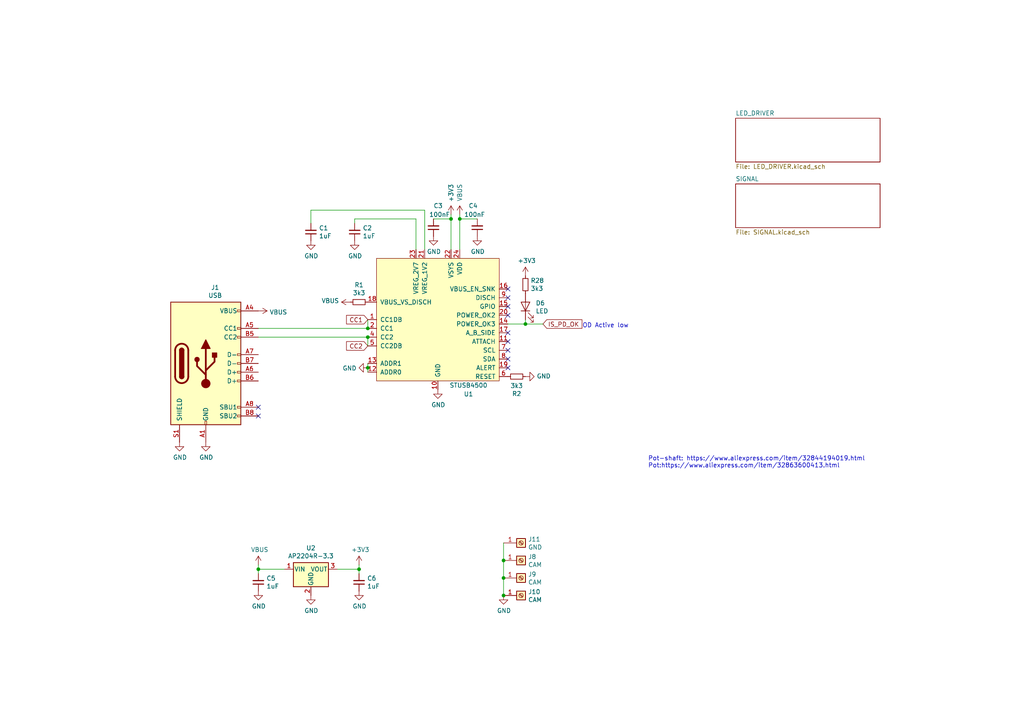
<source format=kicad_sch>
(kicad_sch (version 20211123) (generator eeschema)
  (paper "A4")
  (lib_symbols
    (symbol "Connector:Screw_Terminal_01x01" (pin_names (offset 1.016) hide)
      (property "Reference" "J" (at 0 2.54 0))
      (property "Value" "Screw_Terminal_01x01" (at 0 -2.54 0))
      (symbol "Screw_Terminal_01x01_1_1"
        (rectangle (start -1.27 1.27) (end 1.27 -1.27) (stroke (width 0.254)) (fill (type background)))
        (polyline (pts (xy -0.5334 0.3302) (xy 0.3302 -0.508)) (stroke (width 0.1524)))
        (polyline (pts (xy -0.3556 0.508) (xy 0.508 -0.3302)) (stroke (width 0.1524)))
        (circle (center 0 0) (radius 0.635) (stroke (width 0.1524)))
        (pin passive line (at -5.08 0 0) (length 3.81) (name "Pin_1") (number "1"))
      )
    )
    (symbol "Connector:USB_C_Receptacle_USB2.0" (pin_names (offset 1.016))
      (property "Reference" "J" (at -10.16 19.05 0))
      (property "Value" "USB_C_Receptacle_USB2.0" (at 19.05 19.05 0))
      (symbol "USB_C_Receptacle_USB2.0_0_0"
        (rectangle (start -0.254 -17.78) (end 0.254 -16.764))
        (rectangle (start 10.16 -14.986) (end 9.144 -15.494))
        (rectangle (start 10.16 -12.446) (end 9.144 -12.954))
        (rectangle (start 10.16 -4.826) (end 9.144 -5.334))
        (rectangle (start 10.16 -2.286) (end 9.144 -2.794))
        (rectangle (start 10.16 0.254) (end 9.144 -0.254))
        (rectangle (start 10.16 2.794) (end 9.144 2.286))
        (rectangle (start 10.16 7.874) (end 9.144 7.366))
        (rectangle (start 10.16 10.414) (end 9.144 9.906))
        (rectangle (start 10.16 15.494) (end 9.144 14.986))
      )
      (symbol "USB_C_Receptacle_USB2.0_0_1"
        (rectangle (start -10.16 17.78) (end 10.16 -17.78) (stroke (width 0.254)) (fill (type background)))
        (arc (start -8.89 -3.81) (mid -6.985 -5.715) (end -5.08 -3.81) (stroke (width 0.508)))
        (arc (start -7.62 -3.81) (mid -6.985 -4.445) (end -6.35 -3.81) (stroke (width 0.254)))
        (arc (start -7.62 -3.81) (mid -6.985 -4.445) (end -6.35 -3.81) (stroke (width 0.254)) (fill (type outline)))
        (rectangle (start -7.62 -3.81) (end -6.35 3.81) (stroke (width 0.254)) (fill (type outline)))
        (arc (start -6.35 3.81) (mid -6.985 4.445) (end -7.62 3.81) (stroke (width 0.254)))
        (arc (start -6.35 3.81) (mid -6.985 4.445) (end -7.62 3.81) (stroke (width 0.254)) (fill (type outline)))
        (arc (start -5.08 3.81) (mid -6.985 5.715) (end -8.89 3.81) (stroke (width 0.508)))
        (circle (center -2.54 1.143) (radius 0.635) (stroke (width 0.254)) (fill (type outline)))
        (circle (center 0 -5.842) (radius 1.27) (fill (type outline)))
        (polyline (pts (xy -8.89 -3.81) (xy -8.89 3.81)) (stroke (width 0.508)))
        (polyline (pts (xy -5.08 3.81) (xy -5.08 -3.81)) (stroke (width 0.508)))
        (polyline (pts (xy 0 -5.842) (xy 0 4.318)) (stroke (width 0.508)))
        (polyline (pts (xy 0 -3.302) (xy -2.54 -0.762) (xy -2.54 0.508)) (stroke (width 0.508)))
        (polyline (pts (xy 0 -2.032) (xy 2.54 0.508) (xy 2.54 1.778)) (stroke (width 0.508)))
        (polyline (pts (xy -1.27 4.318) (xy 0 6.858) (xy 1.27 4.318) (xy -1.27 4.318)) (stroke (width 0.254)) (fill (type outline)))
        (rectangle (start 1.905 1.778) (end 3.175 3.048) (stroke (width 0.254)) (fill (type outline)))
      )
      (symbol "USB_C_Receptacle_USB2.0_1_1"
        (pin power_in line (at 0 -22.86 90) (length 5.08) (name "GND") (number "A1"))
        (pin passive line (at 0 -22.86 90) (length 5.08) hide (name "GND") (number "A12"))
        (pin power_in line (at 15.24 15.24 180) (length 5.08) (name "VBUS") (number "A4"))
        (pin bidirectional line (at 15.24 10.16 180) (length 5.08) (name "CC1") (number "A5"))
        (pin bidirectional line (at 15.24 -2.54 180) (length 5.08) (name "D+") (number "A6"))
        (pin bidirectional line (at 15.24 2.54 180) (length 5.08) (name "D-") (number "A7"))
        (pin bidirectional line (at 15.24 -12.7 180) (length 5.08) (name "SBU1") (number "A8"))
        (pin passive line (at 15.24 15.24 180) (length 5.08) hide (name "VBUS") (number "A9"))
        (pin passive line (at 0 -22.86 90) (length 5.08) hide (name "GND") (number "B1"))
        (pin passive line (at 0 -22.86 90) (length 5.08) hide (name "GND") (number "B12"))
        (pin passive line (at 15.24 15.24 180) (length 5.08) hide (name "VBUS") (number "B4"))
        (pin bidirectional line (at 15.24 7.62 180) (length 5.08) (name "CC2") (number "B5"))
        (pin bidirectional line (at 15.24 -5.08 180) (length 5.08) (name "D+") (number "B6"))
        (pin bidirectional line (at 15.24 0 180) (length 5.08) (name "D-") (number "B7"))
        (pin bidirectional line (at 15.24 -15.24 180) (length 5.08) (name "SBU2") (number "B8"))
        (pin passive line (at 15.24 15.24 180) (length 5.08) hide (name "VBUS") (number "B9"))
        (pin passive line (at -7.62 -22.86 90) (length 5.08) (name "SHIELD") (number "S1"))
      )
    )
    (symbol "Device:C_Small" (pin_numbers hide) (pin_names (offset 0.254) hide)
      (property "Reference" "C" (at 0.254 1.778 0))
      (property "Value" "C_Small" (at 0.254 -2.032 0))
      (symbol "C_Small_0_1"
        (polyline (pts (xy -1.524 -0.508) (xy 1.524 -0.508)) (stroke (width 0.3302)))
        (polyline (pts (xy -1.524 0.508) (xy 1.524 0.508)) (stroke (width 0.3048)))
      )
      (symbol "C_Small_1_1"
        (pin passive line (at 0 2.54 270) (length 2.032) (name "~") (number "1"))
        (pin passive line (at 0 -2.54 90) (length 2.032) (name "~") (number "2"))
      )
    )
    (symbol "Device:LED" (pin_numbers hide) (pin_names (offset 1.016) hide)
      (property "Reference" "D" (at 0 2.54 0))
      (property "Value" "LED" (at 0 -2.54 0))
      (symbol "LED_0_1"
        (polyline (pts (xy -1.27 -1.27) (xy -1.27 1.27)) (stroke (width 0.2032)))
        (polyline (pts (xy -1.27 0) (xy 1.27 0)))
        (polyline (pts (xy 1.27 -1.27) (xy 1.27 1.27) (xy -1.27 0) (xy 1.27 -1.27)) (stroke (width 0.2032)))
        (polyline (pts (xy -3.048 -0.762) (xy -4.572 -2.286) (xy -3.81 -2.286) (xy -4.572 -2.286) (xy -4.572 -1.524)))
        (polyline (pts (xy -1.778 -0.762) (xy -3.302 -2.286) (xy -2.54 -2.286) (xy -3.302 -2.286) (xy -3.302 -1.524)))
      )
      (symbol "LED_1_1"
        (pin passive line (at -3.81 0 0) (length 2.54) (name "K") (number "1"))
        (pin passive line (at 3.81 0 180) (length 2.54) (name "A") (number "2"))
      )
    )
    (symbol "Device:R_Small" (pin_numbers hide) (pin_names (offset 0.254) hide)
      (property "Reference" "R" (at 0.762 0.508 0))
      (property "Value" "R_Small" (at 0.762 -1.016 0))
      (symbol "R_Small_0_1"
        (rectangle (start -0.762 1.778) (end 0.762 -1.778) (stroke (width 0.2032)))
      )
      (symbol "R_Small_1_1"
        (pin passive line (at 0 2.54 270) (length 0.762) (name "~") (number "1"))
        (pin passive line (at 0 -2.54 90) (length 0.762) (name "~") (number "2"))
      )
    )
    (symbol "Regulator_Linear:AP2204R-3.3" (pin_names (offset 0.254))
      (property "Reference" "U" (at -5.08 3.175 0))
      (property "Value" "AP2204R-3.3" (at 0 3.175 0))
      (symbol "AP2204R-3.3_0_1"
        (rectangle (start -5.08 1.905) (end 5.08 -5.08) (stroke (width 0.254)) (fill (type background)))
      )
      (symbol "AP2204R-3.3_1_1"
        (pin power_in line (at -7.62 0 0) (length 2.54) (name "VIN") (number "1"))
        (pin power_in line (at 0 -7.62 90) (length 2.54) (name "GND") (number "2"))
        (pin power_out line (at 7.62 0 180) (length 2.54) (name "VOUT") (number "3"))
      )
    )
    (symbol "otter:STUSB4500" (pin_names (offset 1.016))
      (property "Reference" "U" (at 12.7 25.4 0))
      (property "Value" "STUSB4500" (at 12.7 22.86 0))
      (symbol "STUSB4500_0_1"
        (rectangle (start -17.78 21.59) (end 17.78 -13.97) (fill (type background)))
      )
      (symbol "STUSB4500_1_1"
        (pin input line (at -20.32 3.81 0) (length 2.54) (name "CC1DB") (number "1"))
        (pin input line (at 0 -16.51 90) (length 2.54) (name "GND") (number "10"))
        (pin input line (at 20.32 -2.54 180) (length 2.54) (name "ATTACH") (number "11"))
        (pin input line (at -20.32 -11.43 0) (length 2.54) (name "ADDR0") (number "12"))
        (pin input line (at -20.32 -8.89 0) (length 2.54) (name "ADDR1") (number "13"))
        (pin input line (at 20.32 2.54 180) (length 2.54) (name "POWER_OK3") (number "14"))
        (pin input line (at 20.32 7.62 180) (length 2.54) (name "GPIO") (number "15"))
        (pin input line (at 20.32 12.7 180) (length 2.54) (name "VBUS_EN_SNK") (number "16"))
        (pin input line (at 20.32 0 180) (length 2.54) (name "A_B_SIDE") (number "17"))
        (pin input line (at -20.32 8.89 0) (length 2.54) (name "VBUS_VS_DISCH") (number "18"))
        (pin input line (at 20.32 -10.16 180) (length 2.54) (name "ALERT") (number "19"))
        (pin input line (at -20.32 1.27 0) (length 2.54) (name "CC1") (number "2"))
        (pin input line (at 20.32 5.08 180) (length 2.54) (name "POWER_OK2") (number "20"))
        (pin input line (at -3.81 24.13 270) (length 2.54) (name "VREG_1V2") (number "21"))
        (pin input line (at 3.81 24.13 270) (length 2.54) (name "VSYS") (number "22"))
        (pin input line (at -6.35 24.13 270) (length 2.54) (name "VREG_2V7") (number "23"))
        (pin input line (at 6.35 24.13 270) (length 2.54) (name "VDD") (number "24"))
        (pin input line (at 0 -16.51 90) (length 2.54) hide (name "GND") (number "25"))
        (pin input line (at 1.27 24.13 270) (length 2.54) hide (name "NC") (number "3"))
        (pin input line (at -20.32 -1.27 0) (length 2.54) (name "CC2") (number "4"))
        (pin input line (at -20.32 -3.81 0) (length 2.54) (name "CC2DB") (number "5"))
        (pin input line (at 20.32 -12.7 180) (length 2.54) (name "RESET") (number "6"))
        (pin input line (at 20.32 -5.08 180) (length 2.54) (name "SCL") (number "7"))
        (pin input line (at 20.32 -7.62 180) (length 2.54) (name "SDA") (number "8"))
        (pin input line (at 20.32 10.16 180) (length 2.54) (name "DISCH") (number "9"))
      )
    )
    (symbol "power:+3.3V" (power) (pin_names (offset 0))
      (property "Value" "+3.3V" (at 0 3.556 0))
      (symbol "+3.3V_0_1"
        (polyline (pts (xy -0.762 1.27) (xy 0 2.54)))
        (polyline (pts (xy 0 0) (xy 0 2.54)))
        (polyline (pts (xy 0 2.54) (xy 0.762 1.27)))
      )
      (symbol "+3.3V_1_1"
        (pin power_in line (at 0 0 90) (length 0) hide (name "+3V3") (number "1"))
      )
    )
    (symbol "power:GND" (power) (pin_names (offset 0))
      (property "Value" "GND" (at 0 -3.81 0))
      (symbol "GND_0_1"
        (polyline (pts (xy 0 0) (xy 0 -1.27) (xy 1.27 -1.27) (xy 0 -2.54) (xy -1.27 -1.27) (xy 0 -1.27)))
      )
      (symbol "GND_1_1"
        (pin power_in line (at 0 0 270) (length 0) hide (name "GND") (number "1"))
      )
    )
    (symbol "power:VBUS" (power) (pin_names (offset 0))
      (property "Value" "VBUS" (at 0 3.81 0))
      (symbol "VBUS_0_1"
        (polyline (pts (xy -0.762 1.27) (xy 0 2.54)))
        (polyline (pts (xy 0 0) (xy 0 2.54)))
        (polyline (pts (xy 0 2.54) (xy 0.762 1.27)))
      )
      (symbol "VBUS_1_1"
        (pin power_in line (at 0 0 90) (length 0) hide (name "VBUS") (number "1"))
      )
    )
  )
  (junction (at 106.68 106.68))
  (junction (at 104.14 165.1))
  (junction (at 146.05 167.64))
  (junction (at 152.4 93.98))
  (junction (at 133.35 63.5))
  (junction (at 146.05 162.56))
  (junction (at 106.68 95.25))
  (junction (at 74.93 165.1))
  (junction (at 130.81 63.5))
  (junction (at 106.68 97.79))
  (junction (at 146.05 172.72))
  (no_connect (at 147.32 88.9))
  (no_connect (at 147.32 106.68))
  (no_connect (at 147.32 96.52))
  (no_connect (at 147.32 83.82))
  (no_connect (at 147.32 91.44))
  (no_connect (at 147.32 104.14))
  (no_connect (at 74.93 118.11))
  (no_connect (at 147.32 99.06))
  (no_connect (at 74.93 120.65))
  (no_connect (at 147.32 86.36))
  (no_connect (at 147.32 101.6))
  (wire (pts (xy 106.68 106.68) (xy 106.68 107.95)))
  (wire (pts (xy 130.81 63.5) (xy 130.81 72.39)))
  (wire (pts (xy 90.17 60.96) (xy 90.17 64.77)))
  (wire (pts (xy 146.05 157.48) (xy 146.05 162.56)))
  (wire (pts (xy 123.19 60.96) (xy 90.17 60.96)))
  (wire (pts (xy 138.43 63.5) (xy 133.35 63.5)))
  (wire (pts (xy 146.05 162.56) (xy 146.05 167.64)))
  (wire (pts (xy 106.68 95.25) (xy 106.68 92.71)))
  (wire (pts (xy 74.93 95.25) (xy 106.68 95.25)))
  (wire (pts (xy 97.79 165.1) (xy 104.14 165.1)))
  (wire (pts (xy 130.81 63.5) (xy 125.73 63.5)))
  (wire (pts (xy 104.14 165.1) (xy 104.14 163.83)))
  (wire (pts (xy 123.19 72.39) (xy 123.19 60.96)))
  (wire (pts (xy 74.93 163.83) (xy 74.93 165.1)))
  (wire (pts (xy 106.68 105.41) (xy 106.68 106.68)))
  (wire (pts (xy 106.68 97.79) (xy 106.68 100.33)))
  (wire (pts (xy 102.87 63.5) (xy 102.87 64.77)))
  (wire (pts (xy 120.65 63.5) (xy 102.87 63.5)))
  (wire (pts (xy 74.93 165.1) (xy 74.93 166.37)))
  (wire (pts (xy 74.93 97.79) (xy 106.68 97.79)))
  (wire (pts (xy 130.81 62.23) (xy 130.81 63.5)))
  (wire (pts (xy 133.35 63.5) (xy 133.35 62.23)))
  (wire (pts (xy 74.93 165.1) (xy 82.55 165.1)))
  (wire (pts (xy 120.65 72.39) (xy 120.65 63.5)))
  (wire (pts (xy 104.14 165.1) (xy 104.14 166.37)))
  (wire (pts (xy 152.4 93.98) (xy 147.32 93.98)))
  (wire (pts (xy 157.48 93.98) (xy 152.4 93.98)))
  (wire (pts (xy 146.05 167.64) (xy 146.05 172.72)))
  (wire (pts (xy 152.4 92.71) (xy 152.4 93.98)))
  (wire (pts (xy 133.35 63.5) (xy 133.35 72.39)))
  (text "Todo:\nDONE Status LED f. PD ok\nDONE LED-CC Stepdowns lm3406\nDONE Input -> Pulse shaping HCPL-2430|TLP118 LM393\nDONE Mosfet+Gate driver\nDONE Potentiometer f. user input\nDONE 3.3V" (at 120.65 -11.43 0) (effects (font (size 1.27 1.27)) (justify left bottom)))
  (text "OD Active low\n" (at 168.91 95.25 0) (effects (font (size 1.27 1.27)) (justify left bottom)))
  (text "Pot-shaft: https://www.aliexpress.com/item/32844194019.html\nPot:https://www.aliexpress.com/item/32863600413.html" (at 187.96 135.89 0) (effects (font (size 1.27 1.27)) (justify left bottom)))
  (global_label "CC1" (shape input) (at 106.68 92.71 180) (property "Intersheet References" "${INTERSHEET_REFS}" (effects hide)))
  (global_label "IS_PD_OK" (shape input) (at 157.48 93.98 0) (property "Intersheet References" "${INTERSHEET_REFS}" (effects hide)))
  (global_label "CC2" (shape input) (at 106.68 100.33 180) (property "Intersheet References" "${INTERSHEET_REFS}" (effects hide)))
  (symbol (lib_id "Connector:USB_C_Receptacle_USB2.0") (at 59.69 105.41 0) (unit 1)
    (property "Reference" "J1" (at 62.4078 83.3882 0))
    (property "Value" "USB" (at 62.4078 85.6996 0))
    (property "Footprint" "otter:USB-C 16Pin" (effects hide))
    (property "Datasheet" "https://www.usb.org/sites/default/files/documents/usb_type-c.zip" (effects hide))
  )
  (symbol (lib_id "power:VBUS") (at 74.93 90.17 270) (unit 1)
    (property "Reference" "#PWR0101" (effects hide))
    (property "Value" "VBUS" (at 78.1812 90.551 90) (effects (justify left)))
  )
  (symbol (lib_id "power:GND") (at 59.69 128.27 0) (unit 1)
    (property "Reference" "#PWR0102" (effects hide))
    (property "Value" "GND" (at 59.817 132.6642 0))
  )
  (symbol (lib_id "power:GND") (at 52.07 128.27 0) (unit 1)
    (property "Reference" "#PWR0103" (effects hide))
    (property "Value" "GND" (at 52.197 132.6642 0))
  )
  (symbol (lib_id "otter:STUSB4500") (at 127 96.52 0) (unit 1)
    (property "Reference" "U1" (at 135.89 114.3 0))
    (property "Value" "STUSB4500" (at 135.89 111.76 0))
    (property "Footprint" "otter:QFN-24-1EP_4x4mm_P0.5mm_EP2.7x2.7mm" (effects hide))
  )
  (symbol (lib_id "Device:R_Small") (at 104.14 87.63 270) (unit 1)
    (property "Reference" "R1" (at 104.14 82.6516 90))
    (property "Value" "3k3" (at 104.14 84.963 90))
    (property "Footprint" "otter:R_0603" (effects hide))
  )
  (symbol (lib_id "power:VBUS") (at 101.6 87.63 90) (unit 1)
    (property "Reference" "#PWR0104" (effects hide))
    (property "Value" "VBUS" (at 98.3488 87.249 90) (effects (justify left)))
  )
  (symbol (lib_id "power:VBUS") (at 133.35 62.23 0) (unit 1)
    (property "Reference" "#PWR0105" (effects hide))
    (property "Value" "VBUS" (at 133.35 55.88 90))
  )
  (symbol (lib_id "Device:C_Small") (at 138.43 66.04 180) (unit 1)
    (property "Reference" "C4" (at 135.89 59.69 0) (effects (justify right)))
    (property "Value" "100nF" (at 134.62 62.23 0) (effects (justify right)))
    (property "Footprint" "otter:C_0603" (effects hide))
  )
  (symbol (lib_id "power:GND") (at 127 113.03 0) (unit 1)
    (property "Reference" "#PWR0106" (effects hide))
    (property "Value" "GND" (at 127.127 117.4242 0))
  )
  (symbol (lib_id "power:GND") (at 138.43 68.58 0) (unit 1)
    (property "Reference" "#PWR0107" (effects hide))
    (property "Value" "GND" (at 138.557 72.9742 0))
  )
  (symbol (lib_id "power:+3.3V") (at 130.81 62.23 0) (unit 1)
    (property "Reference" "#PWR0108" (effects hide))
    (property "Value" "+3.3V" (at 130.81 53.34 90) (effects (justify right)))
  )
  (symbol (lib_id "Device:C_Small") (at 90.17 67.31 180) (unit 1)
    (property "Reference" "C1" (at 92.5068 66.1416 0) (effects (justify right)))
    (property "Value" "1uF" (at 92.5068 68.453 0) (effects (justify right)))
    (property "Footprint" "otter:C_0603" (effects hide))
  )
  (symbol (lib_id "power:GND") (at 90.17 69.85 0) (unit 1)
    (property "Reference" "#PWR0109" (effects hide))
    (property "Value" "GND" (at 90.297 74.2442 0))
  )
  (symbol (lib_id "Device:C_Small") (at 102.87 67.31 180) (unit 1)
    (property "Reference" "C2" (at 105.2068 66.1416 0) (effects (justify right)))
    (property "Value" "1uF" (at 105.2068 68.453 0) (effects (justify right)))
    (property "Footprint" "otter:C_0603" (effects hide))
  )
  (symbol (lib_id "power:GND") (at 102.87 69.85 0) (unit 1)
    (property "Reference" "#PWR0110" (effects hide))
    (property "Value" "GND" (at 102.997 74.2442 0))
  )
  (symbol (lib_id "Device:R_Small") (at 149.86 109.22 90) (unit 1)
    (property "Reference" "R2" (at 149.86 114.1984 90))
    (property "Value" "3k3" (at 149.86 111.887 90))
    (property "Footprint" "otter:R_0603" (effects hide))
  )
  (symbol (lib_id "power:GND") (at 152.4 109.22 90) (unit 1)
    (property "Reference" "#PWR0111" (effects hide))
    (property "Value" "GND" (at 155.6512 109.093 90) (effects (justify right)))
  )
  (symbol (lib_id "power:GND") (at 106.68 106.68 270) (unit 1)
    (property "Reference" "#PWR0112" (effects hide))
    (property "Value" "GND" (at 103.4288 106.807 90) (effects (justify right)))
  )
  (symbol (lib_id "Device:C_Small") (at 125.73 66.04 180) (unit 1)
    (property "Reference" "C3" (at 125.73 59.69 0) (effects (justify right)))
    (property "Value" "100nF" (at 124.46 62.23 0) (effects (justify right)))
    (property "Footprint" "otter:C_0603" (effects hide))
  )
  (symbol (lib_id "power:GND") (at 125.73 68.58 0) (unit 1)
    (property "Reference" "#PWR0113" (effects hide))
    (property "Value" "GND" (at 125.857 72.9742 0))
  )
  (symbol (lib_id "Regulator_Linear:AP2204R-3.3") (at 90.17 165.1 0) (unit 1)
    (property "Reference" "U2" (at 90.17 158.9532 0))
    (property "Value" "AP2204R-3.3" (at 90.17 161.2646 0))
    (property "Footprint" "Package_TO_SOT_SMD:SOT-89-3" (effects hide))
    (property "Datasheet" "https://www.diodes.com/assets/Datasheets/AP2204.pdf" (effects hide))
  )
  (symbol (lib_id "Device:C_Small") (at 74.93 168.91 180) (unit 1)
    (property "Reference" "C5" (at 77.2668 167.7416 0) (effects (justify right)))
    (property "Value" "1uF" (at 77.2668 170.053 0) (effects (justify right)))
    (property "Footprint" "otter:C_0603" (effects hide))
  )
  (symbol (lib_id "power:GND") (at 74.93 171.45 0) (unit 1)
    (property "Reference" "#PWR0114" (effects hide))
    (property "Value" "GND" (at 75.057 175.8442 0))
  )
  (symbol (lib_id "Device:C_Small") (at 104.14 168.91 180) (unit 1)
    (property "Reference" "C6" (at 106.4768 167.7416 0) (effects (justify right)))
    (property "Value" "1uF" (at 106.4768 170.053 0) (effects (justify right)))
    (property "Footprint" "otter:C_0603" (effects hide))
  )
  (symbol (lib_id "power:GND") (at 104.14 171.45 0) (unit 1)
    (property "Reference" "#PWR0115" (effects hide))
    (property "Value" "GND" (at 104.267 175.8442 0))
  )
  (symbol (lib_id "power:GND") (at 90.17 172.72 0) (unit 1)
    (property "Reference" "#PWR0116" (effects hide))
    (property "Value" "GND" (at 90.297 177.1142 0))
  )
  (symbol (lib_id "power:VBUS") (at 74.93 163.83 0) (unit 1)
    (property "Reference" "#PWR0117" (effects hide))
    (property "Value" "VBUS" (at 75.311 159.4358 0))
  )
  (symbol (lib_id "power:+3.3V") (at 104.14 163.83 0) (unit 1)
    (property "Reference" "#PWR0118" (effects hide))
    (property "Value" "+3.3V" (at 104.521 159.4358 0))
  )
  (symbol (lib_id "Device:LED") (at 152.4 88.9 90) (unit 1)
    (property "Reference" "D6" (at 155.3718 87.9094 90) (effects (justify right)))
    (property "Value" "LED" (at 155.3718 90.2208 90) (effects (justify right)))
    (property "Footprint" "otter:LED_Reverse" (effects hide))
  )
  (symbol (lib_id "Device:R_Small") (at 152.4 82.55 180) (unit 1)
    (property "Reference" "R28" (at 153.8986 81.3816 0) (effects (justify right)))
    (property "Value" "3k3" (at 153.8986 83.693 0) (effects (justify right)))
    (property "Footprint" "otter:R_0603" (effects hide))
  )
  (symbol (lib_id "power:+3.3V") (at 152.4 80.01 0) (unit 1)
    (property "Reference" "#PWR0168" (effects hide))
    (property "Value" "+3.3V" (at 152.781 75.6158 0))
  )
  (symbol (lib_id "Connector:Screw_Terminal_01x01") (at 151.13 162.56 0) (unit 1)
    (property "Reference" "J8" (at 153.162 161.4932 0) (effects (justify left)))
    (property "Value" "CAM" (at 153.162 163.8046 0) (effects (justify left)))
    (property "Footprint" "otter:flash_terminal" (effects hide))
  )
  (symbol (lib_id "Connector:Screw_Terminal_01x01") (at 151.13 167.64 0) (unit 1)
    (property "Reference" "J9" (at 153.162 166.5732 0) (effects (justify left)))
    (property "Value" "CAM" (at 153.162 168.8846 0) (effects (justify left)))
    (property "Footprint" "otter:flash_terminal" (effects hide))
  )
  (symbol (lib_id "Connector:Screw_Terminal_01x01") (at 151.13 172.72 0) (unit 1)
    (property "Reference" "J10" (at 153.162 171.6532 0) (effects (justify left)))
    (property "Value" "CAM" (at 153.162 173.9646 0) (effects (justify left)))
    (property "Footprint" "otter:flash_terminal" (effects hide))
  )
  (symbol (lib_id "power:GND") (at 146.05 172.72 0) (unit 1)
    (property "Reference" "#PWR0169" (effects hide))
    (property "Value" "GND" (at 146.177 177.1142 0))
  )
  (symbol (lib_id "Connector:Screw_Terminal_01x01") (at 151.13 157.48 0)
    (property "Reference" "J11" (at 153.162 156.4132 0) (effects (justify left)))
    (property "Value" "GND" (at 153.162 158.7246 0) (effects (justify left)))
    (property "Footprint" "otter:Screw_Terminal_6x6x6mm" (effects hide))
  )
  (sheet (at 213.36 34.29) (size 41.91 12.7)
    (property "Sheet name" "LED_DRIVER" (at 213.36 33.5784 0) (effects (justify left bottom)))
    (property "Sheet file" "LED_DRIVER.kicad_sch" (at 213.36 47.5746 0) (effects (justify left top)))
  )
  (sheet (at 213.36 53.34) (size 41.91 12.7)
    (property "Sheet name" "SIGNAL" (at 213.36 52.6284 0) (effects (justify left bottom)))
    (property "Sheet file" "SIGNAL.kicad_sch" (at 213.36 66.6246 0) (effects (justify left top)))
  )
)
</source>
